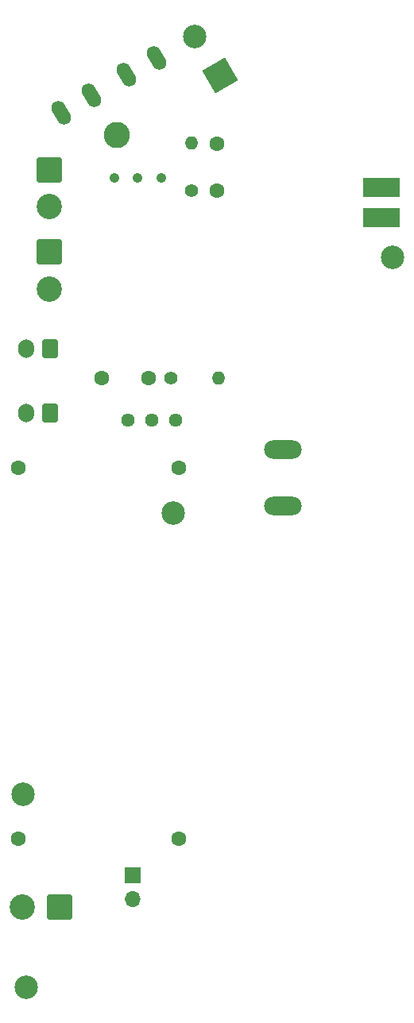
<source format=gbr>
%TF.GenerationSoftware,KiCad,Pcbnew,7.0.9*%
%TF.CreationDate,2023-12-24T01:03:02+09:00*%
%TF.ProjectId,PowerSuplyUnit,506f7765-7253-4757-906c-79556e69742e,rev?*%
%TF.SameCoordinates,Original*%
%TF.FileFunction,Soldermask,Bot*%
%TF.FilePolarity,Negative*%
%FSLAX46Y46*%
G04 Gerber Fmt 4.6, Leading zero omitted, Abs format (unit mm)*
G04 Created by KiCad (PCBNEW 7.0.9) date 2023-12-24 01:03:02*
%MOMM*%
%LPD*%
G01*
G04 APERTURE LIST*
G04 Aperture macros list*
%AMRoundRect*
0 Rectangle with rounded corners*
0 $1 Rounding radius*
0 $2 $3 $4 $5 $6 $7 $8 $9 X,Y pos of 4 corners*
0 Add a 4 corners polygon primitive as box body*
4,1,4,$2,$3,$4,$5,$6,$7,$8,$9,$2,$3,0*
0 Add four circle primitives for the rounded corners*
1,1,$1+$1,$2,$3*
1,1,$1+$1,$4,$5*
1,1,$1+$1,$6,$7*
1,1,$1+$1,$8,$9*
0 Add four rect primitives between the rounded corners*
20,1,$1+$1,$2,$3,$4,$5,0*
20,1,$1+$1,$4,$5,$6,$7,0*
20,1,$1+$1,$6,$7,$8,$9,0*
20,1,$1+$1,$8,$9,$2,$3,0*%
%AMHorizOval*
0 Thick line with rounded ends*
0 $1 width*
0 $2 $3 position (X,Y) of the first rounded end (center of the circle)*
0 $4 $5 position (X,Y) of the second rounded end (center of the circle)*
0 Add line between two ends*
20,1,$1,$2,$3,$4,$5,0*
0 Add two circle primitives to create the rounded ends*
1,1,$1,$2,$3*
1,1,$1,$4,$5*%
%AMRotRect*
0 Rectangle, with rotation*
0 The origin of the aperture is its center*
0 $1 length*
0 $2 width*
0 $3 Rotation angle, in degrees counterclockwise*
0 Add horizontal line*
21,1,$1,$2,0,0,$3*%
G04 Aperture macros list end*
%ADD10RoundRect,0.250001X1.099999X1.099999X-1.099999X1.099999X-1.099999X-1.099999X1.099999X-1.099999X0*%
%ADD11C,2.700000*%
%ADD12RotRect,2.800000X2.800000X210.000000*%
%ADD13HorizOval,2.800000X0.000000X0.000000X0.000000X0.000000X0*%
%ADD14RoundRect,0.250000X0.600000X0.750000X-0.600000X0.750000X-0.600000X-0.750000X0.600000X-0.750000X0*%
%ADD15O,1.700000X2.000000*%
%ADD16O,4.000000X2.000000*%
%ADD17RoundRect,0.250001X-1.099999X1.099999X-1.099999X-1.099999X1.099999X-1.099999X1.099999X1.099999X0*%
%ADD18C,2.500000*%
%ADD19C,1.600000*%
%ADD20C,1.400000*%
%ADD21O,1.400000X1.400000*%
%ADD22R,4.000000X2.000000*%
%ADD23C,1.440000*%
%ADD24HorizOval,1.500000X-0.300000X0.519615X0.300000X-0.519615X0*%
%ADD25R,1.700000X1.700000*%
%ADD26O,1.700000X1.700000*%
%ADD27C,1.050000*%
G04 APERTURE END LIST*
D10*
%TO.C,J2*%
X138053900Y-143653600D03*
D11*
X134093900Y-143653600D03*
%TD*%
D12*
%TO.C,D1*%
X155105262Y-54991000D03*
D13*
X144106739Y-61341000D03*
%TD*%
D14*
%TO.C,J1*%
X137009000Y-90932000D03*
D15*
X134509000Y-90932000D03*
%TD*%
D16*
%TO.C,SW2*%
X161798000Y-100838000D03*
X161798000Y-94838000D03*
%TD*%
D17*
%TO.C,J2*%
X136906000Y-73764000D03*
D11*
X136906000Y-77724000D03*
%TD*%
D18*
%TO.C,REF\u002A\u002A*%
X152400000Y-50800000D03*
%TD*%
D19*
%TO.C,C2*%
X147534000Y-87249000D03*
X142534000Y-87249000D03*
%TD*%
D20*
%TO.C,R1*%
X152113000Y-67270000D03*
D21*
X152113000Y-62190000D03*
%TD*%
D18*
%TO.C,REF\u002A\u002A*%
X173532800Y-74371200D03*
%TD*%
D20*
%TO.C,R2*%
X149860000Y-87249000D03*
D21*
X154940000Y-87249000D03*
%TD*%
D22*
%TO.C,MES1*%
X172353000Y-66929000D03*
X172353000Y-70104000D03*
%TD*%
D23*
%TO.C,RV1*%
X150368000Y-91694000D03*
X147828000Y-91694000D03*
X145288000Y-91694000D03*
%TD*%
D19*
%TO.C,C1*%
X154813000Y-67230000D03*
X154813000Y-62230000D03*
%TD*%
D24*
%TO.C,F1*%
X138203502Y-58936000D03*
X141407796Y-57086000D03*
X145131706Y-54936000D03*
X148336000Y-53086000D03*
%TD*%
D25*
%TO.C,J4*%
X145846800Y-140203000D03*
D26*
X145846800Y-142743000D03*
%TD*%
D27*
%TO.C,SW1*%
X148844000Y-65913000D03*
X146344000Y-65913000D03*
X143844000Y-65913000D03*
%TD*%
D18*
%TO.C,REF\u002A\u002A*%
X134518400Y-152146000D03*
%TD*%
D14*
%TO.C,J3*%
X137009000Y-84074000D03*
D15*
X134509000Y-84074000D03*
%TD*%
D18*
%TO.C,U2*%
X150177500Y-101600000D03*
X134175500Y-131572000D03*
D19*
X150752000Y-96837500D03*
X133604000Y-96837500D03*
X150752000Y-136334500D03*
X133604000Y-136334500D03*
%TD*%
D17*
%TO.C,BT1*%
X136906000Y-65024000D03*
D11*
X136906000Y-68984000D03*
%TD*%
M02*

</source>
